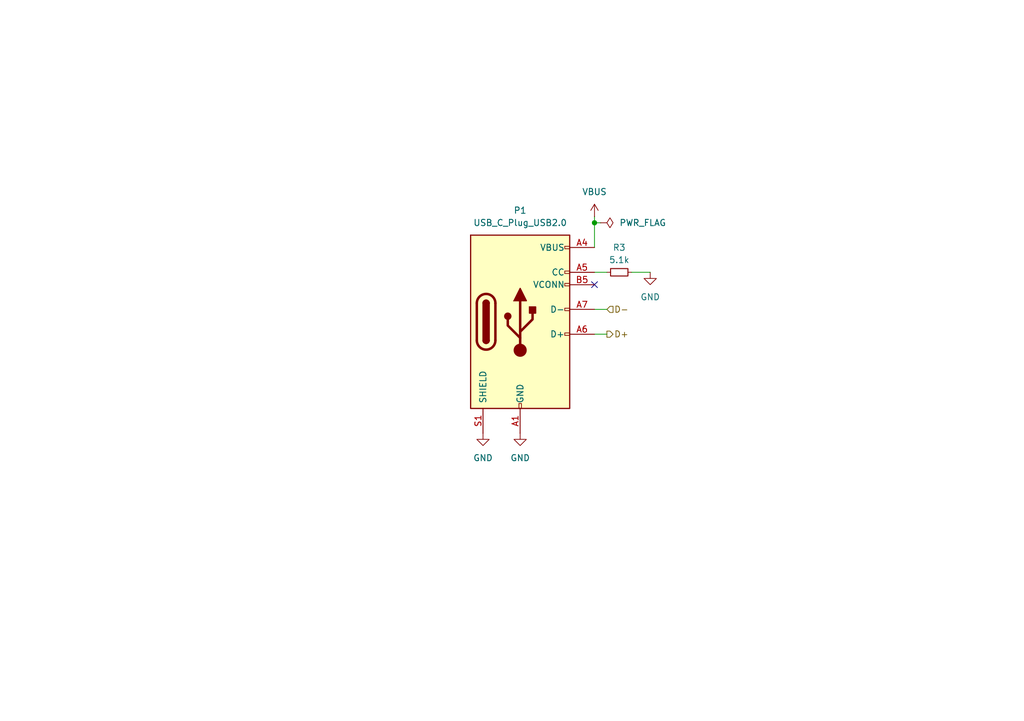
<source format=kicad_sch>
(kicad_sch (version 20231120) (generator "eeschema") (generator_version "8.0")
  (paper "A5")
  (lib_symbols
    (symbol "Connector:USB_C_Plug_USB2.0" (pin_names (offset 1.016))
      (property "Reference" "P" (at -10.16 19.05 0))
      (property "Value" "USB_C_Plug_USB2.0" (at 12.7 19.05 0))
      (symbol "USB_C_Plug_USB2.0_0_0"
        (rectangle (start -0.254 -17.78) (end 0.254 -16.764))
        (rectangle (start 10.16 -2.286) (end 9.144 -2.794))
        (rectangle (start 10.16 2.794) (end 9.144 2.286))
        (rectangle (start 10.16 7.874) (end 9.144 7.366))
        (rectangle (start 10.16 10.414) (end 9.144 9.906))
        (rectangle (start 10.16 15.494) (end 9.144 14.986))
      )
      (symbol "USB_C_Plug_USB2.0_0_1"
        (rectangle (start -10.16 17.78) (end 10.16 -17.78) (stroke (width 0.254)) (fill (type background)))
        (arc (start -8.89 -3.81) (mid -6.985 -5.7067) (end -5.08 -3.81) (stroke (width 0.508)))
        (arc (start -7.62 -3.81) (mid -6.985 -4.4423) (end -6.35 -3.81) (stroke (width 0.254)))
        (arc (start -7.62 -3.81) (mid -6.985 -4.4423) (end -6.35 -3.81) (stroke (width 0.254)) (fill (type outline)))
        (rectangle (start -7.62 -3.81) (end -6.35 3.81) (stroke (width 0.254)) (fill (type outline)))
        (arc (start -6.35 3.81) (mid -6.985 4.4423) (end -7.62 3.81) (stroke (width 0.254)))
        (arc (start -6.35 3.81) (mid -6.985 4.4423) (end -7.62 3.81) (stroke (width 0.254)) (fill (type outline)))
        (arc (start -5.08 3.81) (mid -6.985 5.7067) (end -8.89 3.81) (stroke (width 0.508)))
        (circle (center -2.54 1.143) (radius 0.635) (stroke (width 0.254)) (fill (type outline)))
        (circle (center 0 -5.842) (radius 1.27) (fill (type outline)))
        (polyline (pts (xy -8.89 -3.81) (xy -8.89 3.81)) (stroke (width 0.508)))
        (polyline (pts (xy -5.08 3.81) (xy -5.08 -3.81)) (stroke (width 0.508)))
        (polyline (pts (xy 0 -5.842) (xy 0 4.318)) (stroke (width 0.508)))
        (polyline (pts (xy 0 -3.302) (xy -2.54 -0.762) (xy -2.54 0.508)) (stroke (width 0.508)))
        (polyline (pts (xy 0 -2.032) (xy 2.54 0.508) (xy 2.54 1.778)) (stroke (width 0.508)))
        (polyline (pts (xy -1.27 4.318) (xy 0 6.858) (xy 1.27 4.318) (xy -1.27 4.318)) (stroke (width 0.254)) (fill (type outline)))
        (rectangle (start 1.905 1.778) (end 3.175 3.048) (stroke (width 0.254)) (fill (type outline)))
      )
      (symbol "USB_C_Plug_USB2.0_1_1"
        (pin passive line (at 0 -22.86 90) (length 5.08) (name "GND") (number "A1"))
        (pin passive line (at 0 -22.86 90) (length 5.08) hide (name "GND") (number "A12"))
        (pin passive line (at 15.24 15.24 180) (length 5.08) (name "VBUS") (number "A4"))
        (pin bidirectional line (at 15.24 10.16 180) (length 5.08) (name "CC") (number "A5"))
        (pin bidirectional line (at 15.24 -2.54 180) (length 5.08) (name "D+") (number "A6"))
        (pin bidirectional line (at 15.24 2.54 180) (length 5.08) (name "D-") (number "A7"))
        (pin passive line (at 15.24 15.24 180) (length 5.08) hide (name "VBUS") (number "A9"))
        (pin passive line (at 0 -22.86 90) (length 5.08) hide (name "GND") (number "B1"))
        (pin passive line (at 0 -22.86 90) (length 5.08) hide (name "GND") (number "B12"))
        (pin passive line (at 15.24 15.24 180) (length 5.08) hide (name "VBUS") (number "B4"))
        (pin bidirectional line (at 15.24 7.62 180) (length 5.08) (name "VCONN") (number "B5"))
        (pin passive line (at 15.24 15.24 180) (length 5.08) hide (name "VBUS") (number "B9"))
        (pin passive line (at -7.62 -22.86 90) (length 5.08) (name "SHIELD") (number "S1"))
      )
    )
    (symbol "Device:R_Small" (pin_numbers hide) (pin_names (offset 0.254) hide)
      (property "Reference" "R" (at 0.762 0.508 0))
      (property "Value" "R_Small" (at 0.762 -1.016 0))
      (symbol "R_Small_0_1"
        (rectangle (start -0.762 1.778) (end 0.762 -1.778) (stroke (width 0.2032)))
      )
      (symbol "R_Small_1_1"
        (pin passive line (at 0 2.54 270) (length 0.762) (name "~") (number "1"))
        (pin passive line (at 0 -2.54 90) (length 0.762) (name "~") (number "2"))
      )
    )
    (symbol "power:GND" (power) (pin_numbers hide) (pin_names (offset 0) hide)
      (property "Value" "GND" (at 0 -3.81 0))
      (symbol "GND_0_1"
        (polyline (pts (xy 0 0) (xy 0 -1.27) (xy 1.27 -1.27) (xy 0 -2.54) (xy -1.27 -1.27) (xy 0 -1.27)))
      )
      (symbol "GND_1_1"
        (pin power_in line (at 0 0 270) (length 0) (name "~") (number "1"))
      )
    )
    (symbol "power:PWR_FLAG" (power) (pin_numbers hide) (pin_names (offset 0) hide)
      (property "Value" "PWR_FLAG" (at 0 3.81 0))
      (symbol "PWR_FLAG_0_0"
        (pin power_out line (at 0 0 90) (length 0) (name "~") (number "1"))
      )
      (symbol "PWR_FLAG_0_1"
        (polyline (pts (xy 0 0) (xy 0 1.27) (xy -1.016 1.905) (xy 0 2.54) (xy 1.016 1.905) (xy 0 1.27)))
      )
    )
    (symbol "power:VBUS" (power) (pin_numbers hide) (pin_names (offset 0) hide)
      (property "Value" "VBUS" (at 0 3.556 0))
      (symbol "VBUS_0_1"
        (polyline (pts (xy -0.762 1.27) (xy 0 2.54)))
        (polyline (pts (xy 0 0) (xy 0 2.54)))
        (polyline (pts (xy 0 2.54) (xy 0.762 1.27)))
      )
      (symbol "VBUS_1_1"
        (pin power_in line (at 0 0 90) (length 0) (name "~") (number "1"))
      )
    )
  )
  (junction (at 121.92 45.72))
  (no_connect (at 121.92 58.42))
  (wire (pts (xy 121.92 44.45) (xy 121.92 45.72)))
  (wire (pts (xy 124.46 55.88) (xy 121.92 55.88)))
  (wire (pts (xy 121.92 45.72) (xy 121.92 50.8)))
  (wire (pts (xy 133.35 55.88) (xy 129.54 55.88)))
  (wire (pts (xy 123.19 45.72) (xy 121.92 45.72)))
  (wire (pts (xy 124.46 63.5) (xy 121.92 63.5)))
  (wire (pts (xy 124.46 68.58) (xy 121.92 68.58)))
  (hierarchical_label "D-" (shape input) (at 124.46 63.5 0))
  (hierarchical_label "D+" (shape output) (at 124.46 68.58 0))
  (symbol (lib_id "power:GND") (at 133.35 55.88 0) (unit 1)
    (property "Reference" "#PWR019" (effects (hide yes)))
    (property "Value" "GND" (at 133.35 60.96 0))
    (property "Description" "Power symbol creates a global label with name \"GND\" , ground" (effects (hide yes)))
  )
  (symbol (lib_id "power:PWR_FLAG") (at 123.19 45.72 270) (unit 1)
    (property "Reference" "#FLG04" (effects (hide yes)))
    (property "Value" "PWR_FLAG" (at 127 45.7199 90) (effects (justify left)))
    (property "Description" "Special symbol for telling ERC where power comes from" (effects (hide yes)))
  )
  (symbol (lib_id "Connector:USB_C_Plug_USB2.0") (at 106.68 66.04 0) (unit 1)
    (property "Reference" "P1" (at 106.68 43.18 0))
    (property "Value" "USB_C_Plug_USB2.0" (at 106.68 45.72 0))
    (property "Datasheet" "https://www.usb.org/sites/default/files/documents/usb_type-c.zip" (effects (hide yes)))
    (property "Description" "USB 2.0-only Type-C Plug connector" (effects (hide yes)))
  )
  (symbol (lib_id "power:VBUS") (at 121.92 44.45 0) (unit 1)
    (property "Reference" "#PWR018" (effects (hide yes)))
    (property "Value" "VBUS" (at 121.92 39.37 0))
    (property "Description" "Power symbol creates a global label with name \"VBUS\"" (effects (hide yes)))
  )
  (symbol (lib_id "Device:R_Small") (at 127 55.88 90) (unit 1)
    (property "Reference" "R3" (at 127 50.8 90))
    (property "Value" "5.1k" (at 127 53.34 90))
    (property "Description" "Resistor, small symbol" (effects (hide yes)))
  )
  (symbol (lib_id "power:GND") (at 106.68 88.9 0) (unit 1)
    (property "Reference" "#PWR017" (effects (hide yes)))
    (property "Value" "GND" (at 106.68 93.98 0))
    (property "Description" "Power symbol creates a global label with name \"GND\" , ground" (effects (hide yes)))
  )
  (symbol (lib_id "power:GND") (at 99.06 88.9 0) (unit 1)
    (property "Reference" "#PWR016" (effects (hide yes)))
    (property "Value" "GND" (at 99.06 93.98 0))
    (property "Description" "Power symbol creates a global label with name \"GND\" , ground" (effects (hide yes)))
  )
)
</source>
